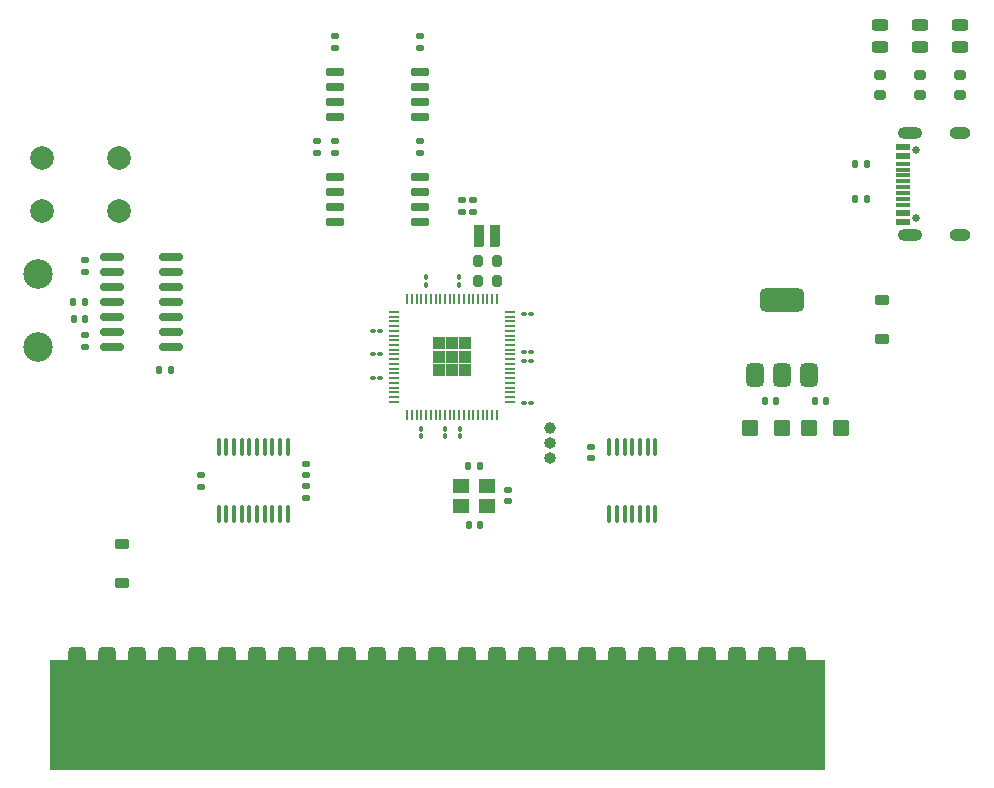
<source format=gbr>
%TF.GenerationSoftware,KiCad,Pcbnew,8.0.5*%
%TF.CreationDate,2024-10-26T23:56:44+02:00*%
%TF.ProjectId,Pico2-MSX,5069636f-322d-44d5-9358-2e6b69636164,0.3*%
%TF.SameCoordinates,Original*%
%TF.FileFunction,Soldermask,Top*%
%TF.FilePolarity,Negative*%
%FSLAX46Y46*%
G04 Gerber Fmt 4.6, Leading zero omitted, Abs format (unit mm)*
G04 Created by KiCad (PCBNEW 8.0.5) date 2024-10-26 23:56:44*
%MOMM*%
%LPD*%
G01*
G04 APERTURE LIST*
G04 Aperture macros list*
%AMRoundRect*
0 Rectangle with rounded corners*
0 $1 Rounding radius*
0 $2 $3 $4 $5 $6 $7 $8 $9 X,Y pos of 4 corners*
0 Add a 4 corners polygon primitive as box body*
4,1,4,$2,$3,$4,$5,$6,$7,$8,$9,$2,$3,0*
0 Add four circle primitives for the rounded corners*
1,1,$1+$1,$2,$3*
1,1,$1+$1,$4,$5*
1,1,$1+$1,$6,$7*
1,1,$1+$1,$8,$9*
0 Add four rect primitives between the rounded corners*
20,1,$1+$1,$2,$3,$4,$5,0*
20,1,$1+$1,$4,$5,$6,$7,0*
20,1,$1+$1,$6,$7,$8,$9,0*
20,1,$1+$1,$8,$9,$2,$3,0*%
G04 Aperture macros list end*
%ADD10C,0.120000*%
%ADD11RoundRect,0.100000X-0.100000X0.130000X-0.100000X-0.130000X0.100000X-0.130000X0.100000X0.130000X0*%
%ADD12C,2.500000*%
%ADD13C,0.650000*%
%ADD14R,1.240000X0.600000*%
%ADD15R,1.240000X0.300000*%
%ADD16O,2.100000X1.000000*%
%ADD17O,1.800000X1.000000*%
%ADD18RoundRect,0.135000X0.135000X0.185000X-0.135000X0.185000X-0.135000X-0.185000X0.135000X-0.185000X0*%
%ADD19RoundRect,0.150000X-0.650000X-0.150000X0.650000X-0.150000X0.650000X0.150000X-0.650000X0.150000X0*%
%ADD20RoundRect,0.100000X-0.100000X0.637500X-0.100000X-0.637500X0.100000X-0.637500X0.100000X0.637500X0*%
%ADD21RoundRect,0.100000X0.130000X0.100000X-0.130000X0.100000X-0.130000X-0.100000X0.130000X-0.100000X0*%
%ADD22R,1.400000X1.200000*%
%ADD23RoundRect,0.140000X-0.140000X-0.170000X0.140000X-0.170000X0.140000X0.170000X-0.140000X0.170000X0*%
%ADD24RoundRect,0.135000X-0.185000X0.135000X-0.185000X-0.135000X0.185000X-0.135000X0.185000X0.135000X0*%
%ADD25RoundRect,0.243750X0.456250X-0.243750X0.456250X0.243750X-0.456250X0.243750X-0.456250X-0.243750X0*%
%ADD26RoundRect,0.200000X-0.275000X0.200000X-0.275000X-0.200000X0.275000X-0.200000X0.275000X0.200000X0*%
%ADD27RoundRect,0.055000X0.335000X-0.055000X0.335000X0.055000X-0.335000X0.055000X-0.335000X-0.055000X0*%
%ADD28RoundRect,0.055000X-0.055000X-0.335000X0.055000X-0.335000X0.055000X0.335000X-0.055000X0.335000X0*%
%ADD29C,0.600000*%
%ADD30R,1.133333X1.133333*%
%ADD31RoundRect,0.100000X-0.130000X-0.100000X0.130000X-0.100000X0.130000X0.100000X-0.130000X0.100000X0*%
%ADD32RoundRect,0.250000X-0.450000X-0.425000X0.450000X-0.425000X0.450000X0.425000X-0.450000X0.425000X0*%
%ADD33RoundRect,0.140000X0.170000X-0.140000X0.170000X0.140000X-0.170000X0.140000X-0.170000X-0.140000X0*%
%ADD34RoundRect,0.375000X-0.375000X-4.625000X0.375000X-4.625000X0.375000X4.625000X-0.375000X4.625000X0*%
%ADD35RoundRect,0.375000X-0.375000X-4.125000X0.375000X-4.125000X0.375000X4.125000X-0.375000X4.125000X0*%
%ADD36C,1.000000*%
%ADD37O,1.000000X1.000000*%
%ADD38RoundRect,0.135000X0.185000X-0.135000X0.185000X0.135000X-0.185000X0.135000X-0.185000X-0.135000X0*%
%ADD39RoundRect,0.200000X-0.200000X-0.275000X0.200000X-0.275000X0.200000X0.275000X-0.200000X0.275000X0*%
%ADD40RoundRect,0.140000X0.140000X0.170000X-0.140000X0.170000X-0.140000X-0.170000X0.140000X-0.170000X0*%
%ADD41RoundRect,0.225000X0.375000X-0.225000X0.375000X0.225000X-0.375000X0.225000X-0.375000X-0.225000X0*%
%ADD42RoundRect,0.150000X0.825000X0.150000X-0.825000X0.150000X-0.825000X-0.150000X0.825000X-0.150000X0*%
%ADD43RoundRect,0.135000X-0.135000X-0.185000X0.135000X-0.185000X0.135000X0.185000X-0.135000X0.185000X0*%
%ADD44RoundRect,0.100000X0.100000X-0.130000X0.100000X0.130000X-0.100000X0.130000X-0.100000X-0.130000X0*%
%ADD45RoundRect,0.100000X0.100000X-0.637500X0.100000X0.637500X-0.100000X0.637500X-0.100000X-0.637500X0*%
%ADD46RoundRect,0.140000X-0.170000X0.140000X-0.170000X-0.140000X0.170000X-0.140000X0.170000X0.140000X0*%
%ADD47RoundRect,0.225000X-0.225000X-0.725000X0.225000X-0.725000X0.225000X0.725000X-0.225000X0.725000X0*%
%ADD48RoundRect,0.225000X-0.375000X0.225000X-0.375000X-0.225000X0.375000X-0.225000X0.375000X0.225000X0*%
%ADD49RoundRect,0.375000X0.375000X-0.625000X0.375000X0.625000X-0.375000X0.625000X-0.375000X-0.625000X0*%
%ADD50RoundRect,0.500000X1.400000X-0.500000X1.400000X0.500000X-1.400000X0.500000X-1.400000X-0.500000X0*%
%ADD51RoundRect,0.250000X0.450000X0.425000X-0.450000X0.425000X-0.450000X-0.425000X0.450000X-0.425000X0*%
%ADD52C,2.000000*%
G04 APERTURE END LIST*
%TO.C,U5*%
D10*
X123076500Y-116573500D02*
X188608500Y-116573500D01*
X188608500Y-125773500D01*
X123076500Y-125773500D01*
X123076500Y-116573500D01*
G36*
X123076500Y-116573500D02*
G01*
X188608500Y-116573500D01*
X188608500Y-125773500D01*
X123076500Y-125773500D01*
X123076500Y-116573500D01*
G37*
%TD*%
D11*
%TO.C,C14*%
X157802500Y-96999000D03*
X157802500Y-97639000D03*
%TD*%
D12*
%TO.C,TP1*%
X122093750Y-83931500D03*
%TD*%
D11*
%TO.C,C10*%
X154512500Y-96999000D03*
X154512500Y-97639000D03*
%TD*%
D13*
%TO.C,J2*%
X196417500Y-79204000D03*
X196417500Y-73424000D03*
D14*
X195297500Y-79514000D03*
X195297500Y-78714000D03*
D15*
X195297500Y-77564000D03*
X195297500Y-76564000D03*
X195297500Y-76064000D03*
X195297500Y-75064000D03*
D14*
X195297500Y-73914000D03*
X195297500Y-73114000D03*
X195297500Y-73114000D03*
X195297500Y-73914000D03*
D15*
X195297500Y-74564000D03*
X195297500Y-75564000D03*
X195297500Y-77064000D03*
X195297500Y-78064000D03*
D14*
X195297500Y-78714000D03*
X195297500Y-79514000D03*
D16*
X195897500Y-80634000D03*
D17*
X200097500Y-80634000D03*
D16*
X195897500Y-71994000D03*
D17*
X200097500Y-71994000D03*
%TD*%
D18*
%TO.C,R12*%
X192230000Y-77564000D03*
X191210000Y-77564000D03*
%TD*%
D19*
%TO.C,U4*%
X147162500Y-75679000D03*
X147162500Y-76949000D03*
X147162500Y-78219000D03*
X147162500Y-79489000D03*
X154362500Y-79489000D03*
X154362500Y-78219000D03*
X154362500Y-76949000D03*
X154362500Y-75679000D03*
%TD*%
D20*
%TO.C,U2*%
X143202500Y-98529000D03*
X142552500Y-98529000D03*
X141902500Y-98529000D03*
X141252500Y-98529000D03*
X140602500Y-98529000D03*
X139952500Y-98529000D03*
X139302500Y-98529000D03*
X138652500Y-98529000D03*
X138002500Y-98529000D03*
X137352500Y-98529000D03*
X137352500Y-104254000D03*
X138002500Y-104254000D03*
X138652500Y-104254000D03*
X139302500Y-104254000D03*
X139952500Y-104254000D03*
X140602500Y-104254000D03*
X141252500Y-104254000D03*
X141902500Y-104254000D03*
X142552500Y-104254000D03*
X143202500Y-104254000D03*
%TD*%
D21*
%TO.C,C7*%
X151032500Y-92719000D03*
X150392500Y-92719000D03*
%TD*%
D18*
%TO.C,R11*%
X192230000Y-74567750D03*
X191210000Y-74567750D03*
%TD*%
%TO.C,R1*%
X126062500Y-86282500D03*
X125042500Y-86282500D03*
%TD*%
D22*
%TO.C,Y1*%
X157887500Y-103516500D03*
X160087500Y-103516500D03*
X160087500Y-101816500D03*
X157887500Y-101816500D03*
%TD*%
D23*
%TO.C,C15*%
X158507500Y-105166500D03*
X159467500Y-105166500D03*
%TD*%
D24*
%TO.C,R9*%
X158887500Y-77632750D03*
X158887500Y-78652750D03*
%TD*%
D25*
%TO.C,D2*%
X193312500Y-64656500D03*
X193312500Y-62781500D03*
%TD*%
D24*
%TO.C,R7*%
X147162500Y-72629000D03*
X147162500Y-73649000D03*
%TD*%
D26*
%TO.C,R15*%
X200112500Y-67094000D03*
X200112500Y-68744000D03*
%TD*%
D27*
%TO.C,U6*%
X152216000Y-87119000D03*
X152216000Y-87519000D03*
X152216000Y-87919000D03*
X152216000Y-88319000D03*
X152216000Y-88719000D03*
X152216000Y-89119000D03*
X152216000Y-89519000D03*
X152216000Y-89919000D03*
X152216000Y-90319000D03*
X152216000Y-90719000D03*
X152216000Y-91119000D03*
X152216000Y-91519000D03*
X152216000Y-91919000D03*
X152216000Y-92319000D03*
X152216000Y-92719000D03*
X152216000Y-93119000D03*
X152216000Y-93519000D03*
X152216000Y-93919000D03*
X152216000Y-94319000D03*
X152216000Y-94719000D03*
D28*
X153312500Y-95815500D03*
X153712500Y-95815500D03*
X154112500Y-95815500D03*
X154512500Y-95815500D03*
X154912500Y-95815500D03*
X155312500Y-95815500D03*
X155712500Y-95815500D03*
X156112500Y-95815500D03*
X156512500Y-95815500D03*
X156912500Y-95815500D03*
X157312500Y-95815500D03*
X157712500Y-95815500D03*
X158112500Y-95815500D03*
X158512500Y-95815500D03*
X158912500Y-95815500D03*
X159312500Y-95815500D03*
X159712500Y-95815500D03*
X160112500Y-95815500D03*
X160512500Y-95815500D03*
X160912500Y-95815500D03*
D27*
X162009000Y-94719000D03*
X162009000Y-94319000D03*
X162009000Y-93919000D03*
X162009000Y-93519000D03*
X162009000Y-93119000D03*
X162009000Y-92719000D03*
X162009000Y-92319000D03*
X162009000Y-91919000D03*
X162009000Y-91519000D03*
X162009000Y-91119000D03*
X162009000Y-90719000D03*
X162009000Y-90319000D03*
X162009000Y-89919000D03*
X162009000Y-89519000D03*
X162009000Y-89119000D03*
X162009000Y-88719000D03*
X162009000Y-88319000D03*
X162009000Y-87919000D03*
X162009000Y-87519000D03*
X162009000Y-87119000D03*
D28*
X160912500Y-86022500D03*
X160512500Y-86022500D03*
X160112500Y-86022500D03*
X159712500Y-86022500D03*
X159312500Y-86022500D03*
X158912500Y-86022500D03*
X158512500Y-86022500D03*
X158112500Y-86022500D03*
X157712500Y-86022500D03*
X157312500Y-86022500D03*
X156912500Y-86022500D03*
X156512500Y-86022500D03*
X156112500Y-86022500D03*
X155712500Y-86022500D03*
X155312500Y-86022500D03*
X154912500Y-86022500D03*
X154512500Y-86022500D03*
X154112500Y-86022500D03*
X153712500Y-86022500D03*
X153312500Y-86022500D03*
D29*
X155979167Y-89785667D03*
D30*
X155979167Y-89785667D03*
D29*
X155979167Y-90919000D03*
D30*
X155979167Y-90919000D03*
D29*
X155979167Y-92052333D03*
D30*
X155979167Y-92052333D03*
D29*
X157112500Y-89785667D03*
D30*
X157112500Y-89785667D03*
D29*
X157112500Y-90919000D03*
D30*
X157112500Y-90919000D03*
D29*
X157112500Y-92052333D03*
D30*
X157112500Y-92052333D03*
D29*
X158245833Y-89785667D03*
D30*
X158245833Y-89785667D03*
D29*
X158245833Y-90919000D03*
D30*
X158245833Y-90919000D03*
D29*
X158245833Y-92052333D03*
D30*
X158245833Y-92052333D03*
%TD*%
D31*
%TO.C,C22*%
X163192500Y-94809000D03*
X163832500Y-94809000D03*
%TD*%
D32*
%TO.C,C27*%
X187352500Y-96906500D03*
X190052500Y-96906500D03*
%TD*%
D33*
%TO.C,C9*%
X154362500Y-73619000D03*
X154362500Y-72659000D03*
%TD*%
D34*
%TO.C,U5*%
X186322500Y-120446500D03*
X183782500Y-120446500D03*
X181242500Y-120446500D03*
X178702500Y-120446500D03*
X176162500Y-120446500D03*
X173622500Y-120446500D03*
X171082500Y-120446500D03*
X168542500Y-120446500D03*
X166002500Y-120446500D03*
X163462500Y-120446500D03*
X160922500Y-120446500D03*
X158382500Y-120446500D03*
X155842500Y-120446500D03*
X153302500Y-120446500D03*
X150762500Y-120446500D03*
X148222500Y-120446500D03*
X145682500Y-120446500D03*
X143142500Y-120446500D03*
X140602500Y-120446500D03*
X138062500Y-120446500D03*
X135522500Y-120446500D03*
D35*
X132982500Y-119946500D03*
D34*
X130442500Y-120446500D03*
X127902500Y-120446500D03*
X125362500Y-120446500D03*
%TD*%
D36*
%TO.C,J1*%
X165367500Y-96951500D03*
D37*
X165367500Y-98221500D03*
X165367500Y-99491500D03*
%TD*%
D38*
%TO.C,R2*%
X126062500Y-83742500D03*
X126062500Y-82722500D03*
%TD*%
D24*
%TO.C,R4*%
X135832500Y-100881500D03*
X135832500Y-101901500D03*
%TD*%
D38*
%TO.C,R3*%
X126062500Y-90092500D03*
X126062500Y-89072500D03*
%TD*%
%TO.C,R5*%
X145682500Y-73649000D03*
X145682500Y-72629000D03*
%TD*%
D24*
%TO.C,R8*%
X157937500Y-77632750D03*
X157937500Y-78652750D03*
%TD*%
D39*
%TO.C,C16*%
X159312500Y-84525250D03*
X160912500Y-84525250D03*
%TD*%
D21*
%TO.C,C5*%
X151032500Y-88719000D03*
X150392500Y-88719000D03*
%TD*%
D40*
%TO.C,C25*%
X184582500Y-94631500D03*
X183622500Y-94631500D03*
%TD*%
D41*
%TO.C,D3*%
X193483750Y-89417500D03*
X193483750Y-86117500D03*
%TD*%
D39*
%TO.C,C17*%
X159312500Y-82769000D03*
X160912500Y-82769000D03*
%TD*%
D42*
%TO.C,U1*%
X133300000Y-90092500D03*
X133300000Y-88822500D03*
X133300000Y-87552500D03*
X133300000Y-86282500D03*
X133300000Y-85012500D03*
X133300000Y-83742500D03*
X133300000Y-82472500D03*
X128350000Y-82472500D03*
X128350000Y-83742500D03*
X128350000Y-85012500D03*
X128350000Y-86282500D03*
X128350000Y-87552500D03*
X128350000Y-88822500D03*
X128350000Y-90092500D03*
%TD*%
D43*
%TO.C,R10*%
X158477500Y-100166500D03*
X159497500Y-100166500D03*
%TD*%
D33*
%TO.C,C4*%
X144730000Y-102829000D03*
X144730000Y-101869000D03*
%TD*%
D12*
%TO.C,TP2*%
X122093750Y-90092500D03*
%TD*%
D44*
%TO.C,C13*%
X157712500Y-84839000D03*
X157712500Y-84199000D03*
%TD*%
D26*
%TO.C,R13*%
X193312500Y-67094000D03*
X193312500Y-68744000D03*
%TD*%
D40*
%TO.C,C2*%
X133300000Y-91997500D03*
X132340000Y-91997500D03*
%TD*%
D45*
%TO.C,U7*%
X170432500Y-104260000D03*
X171082500Y-104260000D03*
X171732500Y-104260000D03*
X172382500Y-104260000D03*
X173032500Y-104260000D03*
X173682500Y-104260000D03*
X174332500Y-104260000D03*
X174332500Y-98535000D03*
X173682500Y-98535000D03*
X173032500Y-98535000D03*
X172382500Y-98535000D03*
X171732500Y-98535000D03*
X171082500Y-98535000D03*
X170432500Y-98535000D03*
%TD*%
D46*
%TO.C,C3*%
X144730000Y-99964000D03*
X144730000Y-100924000D03*
%TD*%
D33*
%TO.C,C8*%
X154362500Y-64729000D03*
X154362500Y-63769000D03*
%TD*%
D46*
%TO.C,C18*%
X161887500Y-102186500D03*
X161887500Y-103146500D03*
%TD*%
D26*
%TO.C,R14*%
X196712500Y-67094000D03*
X196712500Y-68744000D03*
%TD*%
D47*
%TO.C,L1*%
X159362500Y-80719000D03*
X160762500Y-80719000D03*
%TD*%
D31*
%TO.C,C19*%
X163192500Y-87294000D03*
X163832500Y-87294000D03*
%TD*%
D21*
%TO.C,C6*%
X151032500Y-90719000D03*
X150392500Y-90719000D03*
%TD*%
D44*
%TO.C,C11*%
X154912500Y-84839000D03*
X154912500Y-84199000D03*
%TD*%
D46*
%TO.C,C23*%
X168860000Y-98535000D03*
X168860000Y-99495000D03*
%TD*%
D11*
%TO.C,C12*%
X156512500Y-96999000D03*
X156512500Y-97639000D03*
%TD*%
D25*
%TO.C,D4*%
X196712500Y-64656500D03*
X196712500Y-62781500D03*
%TD*%
D48*
%TO.C,D1*%
X129172500Y-106732500D03*
X129172500Y-110032500D03*
%TD*%
D40*
%TO.C,C1*%
X126062500Y-87711250D03*
X125102500Y-87711250D03*
%TD*%
D23*
%TO.C,C26*%
X187822500Y-94631500D03*
X188782500Y-94631500D03*
%TD*%
D25*
%TO.C,D5*%
X200112500Y-64656500D03*
X200112500Y-62781500D03*
%TD*%
D31*
%TO.C,C21*%
X163192500Y-91294000D03*
X163832500Y-91294000D03*
%TD*%
D49*
%TO.C,U8*%
X182752500Y-92419000D03*
X185052500Y-92419000D03*
D50*
X185052500Y-86119000D03*
D49*
X187352500Y-92419000D03*
%TD*%
D51*
%TO.C,C24*%
X185052500Y-96906500D03*
X182352500Y-96906500D03*
%TD*%
D24*
%TO.C,R6*%
X147162500Y-63739000D03*
X147162500Y-64759000D03*
%TD*%
D19*
%TO.C,U3*%
X147162500Y-66789000D03*
X147162500Y-68059000D03*
X147162500Y-69329000D03*
X147162500Y-70599000D03*
X154362500Y-70599000D03*
X154362500Y-69329000D03*
X154362500Y-68059000D03*
X154362500Y-66789000D03*
%TD*%
D31*
%TO.C,C20*%
X163192500Y-90544000D03*
X163832500Y-90544000D03*
%TD*%
D52*
%TO.C,SW1*%
X122430000Y-78564000D03*
X128930000Y-78564000D03*
X122430000Y-74064000D03*
X128930000Y-74064000D03*
%TD*%
M02*

</source>
